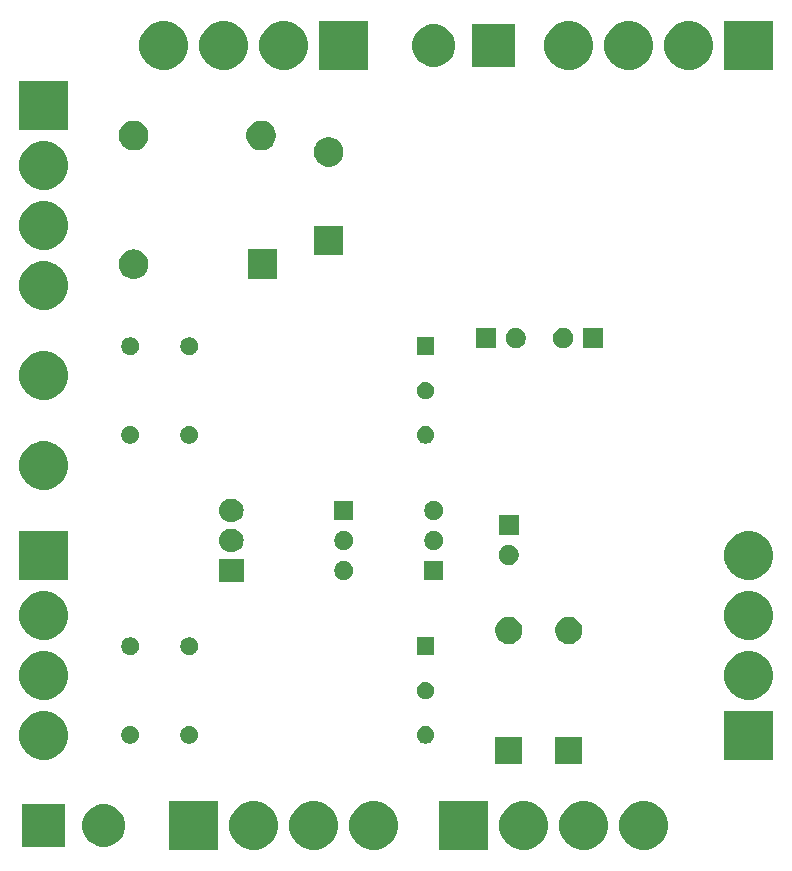
<source format=gbr>
G04 #@! TF.GenerationSoftware,KiCad,Pcbnew,(5.1.5)-3*
G04 #@! TF.CreationDate,2020-09-30T13:47:12-04:00*
G04 #@! TF.ProjectId,PowerSync,506f7765-7253-4796-9e63-2e6b69636164,rev?*
G04 #@! TF.SameCoordinates,Original*
G04 #@! TF.FileFunction,Soldermask,Bot*
G04 #@! TF.FilePolarity,Negative*
%FSLAX46Y46*%
G04 Gerber Fmt 4.6, Leading zero omitted, Abs format (unit mm)*
G04 Created by KiCad (PCBNEW (5.1.5)-3) date 2020-09-30 13:47:12*
%MOMM*%
%LPD*%
G04 APERTURE LIST*
%ADD10C,0.100000*%
G04 APERTURE END LIST*
D10*
G36*
X97118326Y-107247578D02*
G01*
X97118329Y-107247579D01*
X97118328Y-107247579D01*
X97491631Y-107402206D01*
X97827596Y-107626690D01*
X98113310Y-107912404D01*
X98219876Y-108071892D01*
X98337795Y-108248371D01*
X98492422Y-108621674D01*
X98571250Y-109017968D01*
X98571250Y-109422032D01*
X98492422Y-109818326D01*
X98492421Y-109818328D01*
X98337794Y-110191631D01*
X98113310Y-110527596D01*
X97827596Y-110813310D01*
X97491631Y-111037794D01*
X97491630Y-111037795D01*
X97491629Y-111037795D01*
X97118326Y-111192422D01*
X96722032Y-111271250D01*
X96317968Y-111271250D01*
X95921674Y-111192422D01*
X95548371Y-111037795D01*
X95548370Y-111037795D01*
X95548369Y-111037794D01*
X95212404Y-110813310D01*
X94926690Y-110527596D01*
X94702206Y-110191631D01*
X94547579Y-109818328D01*
X94547578Y-109818326D01*
X94468750Y-109422032D01*
X94468750Y-109017968D01*
X94547578Y-108621674D01*
X94702205Y-108248371D01*
X94820124Y-108071892D01*
X94926690Y-107912404D01*
X95212404Y-107626690D01*
X95548369Y-107402206D01*
X95921672Y-107247579D01*
X95921671Y-107247579D01*
X95921674Y-107247578D01*
X96317968Y-107168750D01*
X96722032Y-107168750D01*
X97118326Y-107247578D01*
G37*
G36*
X92038326Y-107247578D02*
G01*
X92038329Y-107247579D01*
X92038328Y-107247579D01*
X92411631Y-107402206D01*
X92747596Y-107626690D01*
X93033310Y-107912404D01*
X93139876Y-108071892D01*
X93257795Y-108248371D01*
X93412422Y-108621674D01*
X93491250Y-109017968D01*
X93491250Y-109422032D01*
X93412422Y-109818326D01*
X93412421Y-109818328D01*
X93257794Y-110191631D01*
X93033310Y-110527596D01*
X92747596Y-110813310D01*
X92411631Y-111037794D01*
X92411630Y-111037795D01*
X92411629Y-111037795D01*
X92038326Y-111192422D01*
X91642032Y-111271250D01*
X91237968Y-111271250D01*
X90841674Y-111192422D01*
X90468371Y-111037795D01*
X90468370Y-111037795D01*
X90468369Y-111037794D01*
X90132404Y-110813310D01*
X89846690Y-110527596D01*
X89622206Y-110191631D01*
X89467579Y-109818328D01*
X89467578Y-109818326D01*
X89388750Y-109422032D01*
X89388750Y-109017968D01*
X89467578Y-108621674D01*
X89622205Y-108248371D01*
X89740124Y-108071892D01*
X89846690Y-107912404D01*
X90132404Y-107626690D01*
X90468369Y-107402206D01*
X90841672Y-107247579D01*
X90841671Y-107247579D01*
X90841674Y-107247578D01*
X91237968Y-107168750D01*
X91642032Y-107168750D01*
X92038326Y-107247578D01*
G37*
G36*
X74258326Y-107247578D02*
G01*
X74258329Y-107247579D01*
X74258328Y-107247579D01*
X74631631Y-107402206D01*
X74967596Y-107626690D01*
X75253310Y-107912404D01*
X75359876Y-108071892D01*
X75477795Y-108248371D01*
X75632422Y-108621674D01*
X75711250Y-109017968D01*
X75711250Y-109422032D01*
X75632422Y-109818326D01*
X75632421Y-109818328D01*
X75477794Y-110191631D01*
X75253310Y-110527596D01*
X74967596Y-110813310D01*
X74631631Y-111037794D01*
X74631630Y-111037795D01*
X74631629Y-111037795D01*
X74258326Y-111192422D01*
X73862032Y-111271250D01*
X73457968Y-111271250D01*
X73061674Y-111192422D01*
X72688371Y-111037795D01*
X72688370Y-111037795D01*
X72688369Y-111037794D01*
X72352404Y-110813310D01*
X72066690Y-110527596D01*
X71842206Y-110191631D01*
X71687579Y-109818328D01*
X71687578Y-109818326D01*
X71608750Y-109422032D01*
X71608750Y-109017968D01*
X71687578Y-108621674D01*
X71842205Y-108248371D01*
X71960124Y-108071892D01*
X72066690Y-107912404D01*
X72352404Y-107626690D01*
X72688369Y-107402206D01*
X73061672Y-107247579D01*
X73061671Y-107247579D01*
X73061674Y-107247578D01*
X73457968Y-107168750D01*
X73862032Y-107168750D01*
X74258326Y-107247578D01*
G37*
G36*
X69178326Y-107247578D02*
G01*
X69178329Y-107247579D01*
X69178328Y-107247579D01*
X69551631Y-107402206D01*
X69887596Y-107626690D01*
X70173310Y-107912404D01*
X70279876Y-108071892D01*
X70397795Y-108248371D01*
X70552422Y-108621674D01*
X70631250Y-109017968D01*
X70631250Y-109422032D01*
X70552422Y-109818326D01*
X70552421Y-109818328D01*
X70397794Y-110191631D01*
X70173310Y-110527596D01*
X69887596Y-110813310D01*
X69551631Y-111037794D01*
X69551630Y-111037795D01*
X69551629Y-111037795D01*
X69178326Y-111192422D01*
X68782032Y-111271250D01*
X68377968Y-111271250D01*
X67981674Y-111192422D01*
X67608371Y-111037795D01*
X67608370Y-111037795D01*
X67608369Y-111037794D01*
X67272404Y-110813310D01*
X66986690Y-110527596D01*
X66762206Y-110191631D01*
X66607579Y-109818328D01*
X66607578Y-109818326D01*
X66528750Y-109422032D01*
X66528750Y-109017968D01*
X66607578Y-108621674D01*
X66762205Y-108248371D01*
X66880124Y-108071892D01*
X66986690Y-107912404D01*
X67272404Y-107626690D01*
X67608369Y-107402206D01*
X67981672Y-107247579D01*
X67981671Y-107247579D01*
X67981674Y-107247578D01*
X68377968Y-107168750D01*
X68782032Y-107168750D01*
X69178326Y-107247578D01*
G37*
G36*
X64098326Y-107247578D02*
G01*
X64098329Y-107247579D01*
X64098328Y-107247579D01*
X64471631Y-107402206D01*
X64807596Y-107626690D01*
X65093310Y-107912404D01*
X65199876Y-108071892D01*
X65317795Y-108248371D01*
X65472422Y-108621674D01*
X65551250Y-109017968D01*
X65551250Y-109422032D01*
X65472422Y-109818326D01*
X65472421Y-109818328D01*
X65317794Y-110191631D01*
X65093310Y-110527596D01*
X64807596Y-110813310D01*
X64471631Y-111037794D01*
X64471630Y-111037795D01*
X64471629Y-111037795D01*
X64098326Y-111192422D01*
X63702032Y-111271250D01*
X63297968Y-111271250D01*
X62901674Y-111192422D01*
X62528371Y-111037795D01*
X62528370Y-111037795D01*
X62528369Y-111037794D01*
X62192404Y-110813310D01*
X61906690Y-110527596D01*
X61682206Y-110191631D01*
X61527579Y-109818328D01*
X61527578Y-109818326D01*
X61448750Y-109422032D01*
X61448750Y-109017968D01*
X61527578Y-108621674D01*
X61682205Y-108248371D01*
X61800124Y-108071892D01*
X61906690Y-107912404D01*
X62192404Y-107626690D01*
X62528369Y-107402206D01*
X62901672Y-107247579D01*
X62901671Y-107247579D01*
X62901674Y-107247578D01*
X63297968Y-107168750D01*
X63702032Y-107168750D01*
X64098326Y-107247578D01*
G37*
G36*
X83331250Y-111271250D02*
G01*
X79228750Y-111271250D01*
X79228750Y-107168750D01*
X83331250Y-107168750D01*
X83331250Y-111271250D01*
G37*
G36*
X60471250Y-111271250D02*
G01*
X56368750Y-111271250D01*
X56368750Y-107168750D01*
X60471250Y-107168750D01*
X60471250Y-111271250D01*
G37*
G36*
X86958326Y-107247578D02*
G01*
X86958329Y-107247579D01*
X86958328Y-107247579D01*
X87331631Y-107402206D01*
X87667596Y-107626690D01*
X87953310Y-107912404D01*
X88059876Y-108071892D01*
X88177795Y-108248371D01*
X88332422Y-108621674D01*
X88411250Y-109017968D01*
X88411250Y-109422032D01*
X88332422Y-109818326D01*
X88332421Y-109818328D01*
X88177794Y-110191631D01*
X87953310Y-110527596D01*
X87667596Y-110813310D01*
X87331631Y-111037794D01*
X87331630Y-111037795D01*
X87331629Y-111037795D01*
X86958326Y-111192422D01*
X86562032Y-111271250D01*
X86157968Y-111271250D01*
X85761674Y-111192422D01*
X85388371Y-111037795D01*
X85388370Y-111037795D01*
X85388369Y-111037794D01*
X85052404Y-110813310D01*
X84766690Y-110527596D01*
X84542206Y-110191631D01*
X84387579Y-109818328D01*
X84387578Y-109818326D01*
X84308750Y-109422032D01*
X84308750Y-109017968D01*
X84387578Y-108621674D01*
X84542205Y-108248371D01*
X84660124Y-108071892D01*
X84766690Y-107912404D01*
X85052404Y-107626690D01*
X85388369Y-107402206D01*
X85761672Y-107247579D01*
X85761671Y-107247579D01*
X85761674Y-107247578D01*
X86157968Y-107168750D01*
X86562032Y-107168750D01*
X86958326Y-107247578D01*
G37*
G36*
X47521060Y-111021060D02*
G01*
X43918940Y-111021060D01*
X43918940Y-107418940D01*
X47521060Y-107418940D01*
X47521060Y-111021060D01*
G37*
G36*
X51026905Y-107428789D02*
G01*
X51325350Y-107488153D01*
X51653122Y-107623921D01*
X51948109Y-107821025D01*
X52198975Y-108071891D01*
X52396079Y-108366878D01*
X52531847Y-108694650D01*
X52601060Y-109042611D01*
X52601060Y-109397389D01*
X52531847Y-109745350D01*
X52396079Y-110073122D01*
X52198975Y-110368109D01*
X51948109Y-110618975D01*
X51653122Y-110816079D01*
X51325350Y-110951847D01*
X51026905Y-111011211D01*
X50977390Y-111021060D01*
X50622610Y-111021060D01*
X50573095Y-111011211D01*
X50274650Y-110951847D01*
X49946878Y-110816079D01*
X49651891Y-110618975D01*
X49401025Y-110368109D01*
X49203921Y-110073122D01*
X49068153Y-109745350D01*
X48998940Y-109397389D01*
X48998940Y-109042611D01*
X49068153Y-108694650D01*
X49203921Y-108366878D01*
X49401025Y-108071891D01*
X49651891Y-107821025D01*
X49946878Y-107623921D01*
X50274650Y-107488153D01*
X50573095Y-107428789D01*
X50622610Y-107418940D01*
X50977390Y-107418940D01*
X51026905Y-107428789D01*
G37*
G36*
X91321000Y-104021000D02*
G01*
X89019000Y-104021000D01*
X89019000Y-101719000D01*
X91321000Y-101719000D01*
X91321000Y-104021000D01*
G37*
G36*
X86241000Y-104021000D02*
G01*
X83939000Y-104021000D01*
X83939000Y-101719000D01*
X86241000Y-101719000D01*
X86241000Y-104021000D01*
G37*
G36*
X46318326Y-99627578D02*
G01*
X46318329Y-99627579D01*
X46318328Y-99627579D01*
X46691631Y-99782206D01*
X47027596Y-100006690D01*
X47313310Y-100292404D01*
X47537794Y-100628369D01*
X47537795Y-100628371D01*
X47692422Y-101001674D01*
X47771250Y-101397968D01*
X47771250Y-101802032D01*
X47692422Y-102198326D01*
X47692421Y-102198328D01*
X47537794Y-102571631D01*
X47313310Y-102907596D01*
X47027596Y-103193310D01*
X46691631Y-103417794D01*
X46691630Y-103417795D01*
X46691629Y-103417795D01*
X46318326Y-103572422D01*
X45922032Y-103651250D01*
X45517968Y-103651250D01*
X45121674Y-103572422D01*
X44748371Y-103417795D01*
X44748370Y-103417795D01*
X44748369Y-103417794D01*
X44412404Y-103193310D01*
X44126690Y-102907596D01*
X43902206Y-102571631D01*
X43747579Y-102198328D01*
X43747578Y-102198326D01*
X43668750Y-101802032D01*
X43668750Y-101397968D01*
X43747578Y-101001674D01*
X43902205Y-100628371D01*
X43902206Y-100628369D01*
X44126690Y-100292404D01*
X44412404Y-100006690D01*
X44748369Y-99782206D01*
X45121672Y-99627579D01*
X45121671Y-99627579D01*
X45121674Y-99627578D01*
X45517968Y-99548750D01*
X45922032Y-99548750D01*
X46318326Y-99627578D01*
G37*
G36*
X107461250Y-103651250D02*
G01*
X103358750Y-103651250D01*
X103358750Y-99548750D01*
X107461250Y-99548750D01*
X107461250Y-103651250D01*
G37*
G36*
X53259059Y-100817860D02*
G01*
X53395732Y-100874472D01*
X53518735Y-100956660D01*
X53623340Y-101061265D01*
X53705528Y-101184268D01*
X53762140Y-101320941D01*
X53791000Y-101466033D01*
X53791000Y-101613967D01*
X53762140Y-101759059D01*
X53705528Y-101895732D01*
X53623340Y-102018735D01*
X53518735Y-102123340D01*
X53395732Y-102205528D01*
X53395731Y-102205529D01*
X53395730Y-102205529D01*
X53259059Y-102262140D01*
X53113968Y-102291000D01*
X52966032Y-102291000D01*
X52820941Y-102262140D01*
X52684270Y-102205529D01*
X52684269Y-102205529D01*
X52684268Y-102205528D01*
X52561265Y-102123340D01*
X52456660Y-102018735D01*
X52374472Y-101895732D01*
X52317860Y-101759059D01*
X52289000Y-101613967D01*
X52289000Y-101466033D01*
X52317860Y-101320941D01*
X52374472Y-101184268D01*
X52456660Y-101061265D01*
X52561265Y-100956660D01*
X52684268Y-100874472D01*
X52820941Y-100817860D01*
X52966032Y-100789000D01*
X53113968Y-100789000D01*
X53259059Y-100817860D01*
G37*
G36*
X58259059Y-100817860D02*
G01*
X58395732Y-100874472D01*
X58518735Y-100956660D01*
X58623340Y-101061265D01*
X58705528Y-101184268D01*
X58762140Y-101320941D01*
X58791000Y-101466033D01*
X58791000Y-101613967D01*
X58762140Y-101759059D01*
X58705528Y-101895732D01*
X58623340Y-102018735D01*
X58518735Y-102123340D01*
X58395732Y-102205528D01*
X58395731Y-102205529D01*
X58395730Y-102205529D01*
X58259059Y-102262140D01*
X58113968Y-102291000D01*
X57966032Y-102291000D01*
X57820941Y-102262140D01*
X57684270Y-102205529D01*
X57684269Y-102205529D01*
X57684268Y-102205528D01*
X57561265Y-102123340D01*
X57456660Y-102018735D01*
X57374472Y-101895732D01*
X57317860Y-101759059D01*
X57289000Y-101613967D01*
X57289000Y-101466033D01*
X57317860Y-101320941D01*
X57374472Y-101184268D01*
X57456660Y-101061265D01*
X57561265Y-100956660D01*
X57684268Y-100874472D01*
X57820941Y-100817860D01*
X57966032Y-100789000D01*
X58113968Y-100789000D01*
X58259059Y-100817860D01*
G37*
G36*
X78259059Y-100817860D02*
G01*
X78395732Y-100874472D01*
X78518735Y-100956660D01*
X78623340Y-101061265D01*
X78705528Y-101184268D01*
X78762140Y-101320941D01*
X78791000Y-101466033D01*
X78791000Y-101613967D01*
X78762140Y-101759059D01*
X78705528Y-101895732D01*
X78623340Y-102018735D01*
X78518735Y-102123340D01*
X78395732Y-102205528D01*
X78395731Y-102205529D01*
X78395730Y-102205529D01*
X78259059Y-102262140D01*
X78113968Y-102291000D01*
X77966032Y-102291000D01*
X77820941Y-102262140D01*
X77684270Y-102205529D01*
X77684269Y-102205529D01*
X77684268Y-102205528D01*
X77561265Y-102123340D01*
X77456660Y-102018735D01*
X77374472Y-101895732D01*
X77317860Y-101759059D01*
X77289000Y-101613967D01*
X77289000Y-101466033D01*
X77317860Y-101320941D01*
X77374472Y-101184268D01*
X77456660Y-101061265D01*
X77561265Y-100956660D01*
X77684268Y-100874472D01*
X77820941Y-100817860D01*
X77966032Y-100789000D01*
X78113968Y-100789000D01*
X78259059Y-100817860D01*
G37*
G36*
X106008326Y-94547578D02*
G01*
X106191234Y-94623341D01*
X106381631Y-94702206D01*
X106717596Y-94926690D01*
X107003310Y-95212404D01*
X107227794Y-95548369D01*
X107227795Y-95548371D01*
X107382422Y-95921674D01*
X107461250Y-96317968D01*
X107461250Y-96722032D01*
X107382422Y-97118326D01*
X107379876Y-97124472D01*
X107227794Y-97491631D01*
X107003310Y-97827596D01*
X106717596Y-98113310D01*
X106381631Y-98337794D01*
X106381630Y-98337795D01*
X106381629Y-98337795D01*
X106008326Y-98492422D01*
X105612032Y-98571250D01*
X105207968Y-98571250D01*
X104811674Y-98492422D01*
X104438371Y-98337795D01*
X104438370Y-98337795D01*
X104438369Y-98337794D01*
X104102404Y-98113310D01*
X103816690Y-97827596D01*
X103592206Y-97491631D01*
X103440124Y-97124472D01*
X103437578Y-97118326D01*
X103358750Y-96722032D01*
X103358750Y-96317968D01*
X103437578Y-95921674D01*
X103592205Y-95548371D01*
X103592206Y-95548369D01*
X103816690Y-95212404D01*
X104102404Y-94926690D01*
X104438369Y-94702206D01*
X104628766Y-94623341D01*
X104811674Y-94547578D01*
X105207968Y-94468750D01*
X105612032Y-94468750D01*
X106008326Y-94547578D01*
G37*
G36*
X46318326Y-94547578D02*
G01*
X46501234Y-94623341D01*
X46691631Y-94702206D01*
X47027596Y-94926690D01*
X47313310Y-95212404D01*
X47537794Y-95548369D01*
X47537795Y-95548371D01*
X47692422Y-95921674D01*
X47771250Y-96317968D01*
X47771250Y-96722032D01*
X47692422Y-97118326D01*
X47689876Y-97124472D01*
X47537794Y-97491631D01*
X47313310Y-97827596D01*
X47027596Y-98113310D01*
X46691631Y-98337794D01*
X46691630Y-98337795D01*
X46691629Y-98337795D01*
X46318326Y-98492422D01*
X45922032Y-98571250D01*
X45517968Y-98571250D01*
X45121674Y-98492422D01*
X44748371Y-98337795D01*
X44748370Y-98337795D01*
X44748369Y-98337794D01*
X44412404Y-98113310D01*
X44126690Y-97827596D01*
X43902206Y-97491631D01*
X43750124Y-97124472D01*
X43747578Y-97118326D01*
X43668750Y-96722032D01*
X43668750Y-96317968D01*
X43747578Y-95921674D01*
X43902205Y-95548371D01*
X43902206Y-95548369D01*
X44126690Y-95212404D01*
X44412404Y-94926690D01*
X44748369Y-94702206D01*
X44938766Y-94623341D01*
X45121674Y-94547578D01*
X45517968Y-94468750D01*
X45922032Y-94468750D01*
X46318326Y-94547578D01*
G37*
G36*
X78259059Y-97067860D02*
G01*
X78380895Y-97118326D01*
X78395732Y-97124472D01*
X78518735Y-97206660D01*
X78623340Y-97311265D01*
X78705528Y-97434268D01*
X78762140Y-97570941D01*
X78791000Y-97716033D01*
X78791000Y-97863967D01*
X78762140Y-98009059D01*
X78705528Y-98145732D01*
X78623340Y-98268735D01*
X78518735Y-98373340D01*
X78395732Y-98455528D01*
X78395731Y-98455529D01*
X78395730Y-98455529D01*
X78259059Y-98512140D01*
X78113968Y-98541000D01*
X77966032Y-98541000D01*
X77820941Y-98512140D01*
X77684270Y-98455529D01*
X77684269Y-98455529D01*
X77684268Y-98455528D01*
X77561265Y-98373340D01*
X77456660Y-98268735D01*
X77374472Y-98145732D01*
X77317860Y-98009059D01*
X77289000Y-97863967D01*
X77289000Y-97716033D01*
X77317860Y-97570941D01*
X77374472Y-97434268D01*
X77456660Y-97311265D01*
X77561265Y-97206660D01*
X77684268Y-97124472D01*
X77699106Y-97118326D01*
X77820941Y-97067860D01*
X77966032Y-97039000D01*
X78113968Y-97039000D01*
X78259059Y-97067860D01*
G37*
G36*
X58259059Y-93317860D02*
G01*
X58395732Y-93374472D01*
X58518735Y-93456660D01*
X58623340Y-93561265D01*
X58705528Y-93684268D01*
X58762140Y-93820941D01*
X58791000Y-93966033D01*
X58791000Y-94113967D01*
X58762140Y-94259059D01*
X58705528Y-94395732D01*
X58623340Y-94518735D01*
X58518735Y-94623340D01*
X58395732Y-94705528D01*
X58395731Y-94705529D01*
X58395730Y-94705529D01*
X58259059Y-94762140D01*
X58113968Y-94791000D01*
X57966032Y-94791000D01*
X57820941Y-94762140D01*
X57684270Y-94705529D01*
X57684269Y-94705529D01*
X57684268Y-94705528D01*
X57561265Y-94623340D01*
X57456660Y-94518735D01*
X57374472Y-94395732D01*
X57317860Y-94259059D01*
X57289000Y-94113967D01*
X57289000Y-93966033D01*
X57317860Y-93820941D01*
X57374472Y-93684268D01*
X57456660Y-93561265D01*
X57561265Y-93456660D01*
X57684268Y-93374472D01*
X57820941Y-93317860D01*
X57966032Y-93289000D01*
X58113968Y-93289000D01*
X58259059Y-93317860D01*
G37*
G36*
X78791000Y-94791000D02*
G01*
X77289000Y-94791000D01*
X77289000Y-93289000D01*
X78791000Y-93289000D01*
X78791000Y-94791000D01*
G37*
G36*
X53259059Y-93317860D02*
G01*
X53395732Y-93374472D01*
X53518735Y-93456660D01*
X53623340Y-93561265D01*
X53705528Y-93684268D01*
X53762140Y-93820941D01*
X53791000Y-93966033D01*
X53791000Y-94113967D01*
X53762140Y-94259059D01*
X53705528Y-94395732D01*
X53623340Y-94518735D01*
X53518735Y-94623340D01*
X53395732Y-94705528D01*
X53395731Y-94705529D01*
X53395730Y-94705529D01*
X53259059Y-94762140D01*
X53113968Y-94791000D01*
X52966032Y-94791000D01*
X52820941Y-94762140D01*
X52684270Y-94705529D01*
X52684269Y-94705529D01*
X52684268Y-94705528D01*
X52561265Y-94623340D01*
X52456660Y-94518735D01*
X52374472Y-94395732D01*
X52317860Y-94259059D01*
X52289000Y-94113967D01*
X52289000Y-93966033D01*
X52317860Y-93820941D01*
X52374472Y-93684268D01*
X52456660Y-93561265D01*
X52561265Y-93456660D01*
X52684268Y-93374472D01*
X52820941Y-93317860D01*
X52966032Y-93289000D01*
X53113968Y-93289000D01*
X53259059Y-93317860D01*
G37*
G36*
X90394549Y-91581116D02*
G01*
X90505734Y-91603232D01*
X90715203Y-91689997D01*
X90903720Y-91815960D01*
X91064040Y-91976280D01*
X91190003Y-92164797D01*
X91276768Y-92374266D01*
X91321000Y-92596636D01*
X91321000Y-92823364D01*
X91276768Y-93045734D01*
X91190003Y-93255203D01*
X91064040Y-93443720D01*
X90903720Y-93604040D01*
X90715203Y-93730003D01*
X90505734Y-93816768D01*
X90394549Y-93838884D01*
X90283365Y-93861000D01*
X90056635Y-93861000D01*
X89945451Y-93838884D01*
X89834266Y-93816768D01*
X89624797Y-93730003D01*
X89436280Y-93604040D01*
X89275960Y-93443720D01*
X89149997Y-93255203D01*
X89063232Y-93045734D01*
X89019000Y-92823364D01*
X89019000Y-92596636D01*
X89063232Y-92374266D01*
X89149997Y-92164797D01*
X89275960Y-91976280D01*
X89436280Y-91815960D01*
X89624797Y-91689997D01*
X89834266Y-91603232D01*
X89945451Y-91581116D01*
X90056635Y-91559000D01*
X90283365Y-91559000D01*
X90394549Y-91581116D01*
G37*
G36*
X85314549Y-91581116D02*
G01*
X85425734Y-91603232D01*
X85635203Y-91689997D01*
X85823720Y-91815960D01*
X85984040Y-91976280D01*
X86110003Y-92164797D01*
X86196768Y-92374266D01*
X86241000Y-92596636D01*
X86241000Y-92823364D01*
X86196768Y-93045734D01*
X86110003Y-93255203D01*
X85984040Y-93443720D01*
X85823720Y-93604040D01*
X85635203Y-93730003D01*
X85425734Y-93816768D01*
X85314549Y-93838884D01*
X85203365Y-93861000D01*
X84976635Y-93861000D01*
X84865451Y-93838884D01*
X84754266Y-93816768D01*
X84544797Y-93730003D01*
X84356280Y-93604040D01*
X84195960Y-93443720D01*
X84069997Y-93255203D01*
X83983232Y-93045734D01*
X83939000Y-92823364D01*
X83939000Y-92596636D01*
X83983232Y-92374266D01*
X84069997Y-92164797D01*
X84195960Y-91976280D01*
X84356280Y-91815960D01*
X84544797Y-91689997D01*
X84754266Y-91603232D01*
X84865451Y-91581116D01*
X84976635Y-91559000D01*
X85203365Y-91559000D01*
X85314549Y-91581116D01*
G37*
G36*
X106008326Y-89467578D02*
G01*
X106008329Y-89467579D01*
X106008328Y-89467579D01*
X106381631Y-89622206D01*
X106717596Y-89846690D01*
X107003310Y-90132404D01*
X107227794Y-90468369D01*
X107227795Y-90468371D01*
X107382422Y-90841674D01*
X107461250Y-91237968D01*
X107461250Y-91642032D01*
X107382422Y-92038326D01*
X107382421Y-92038328D01*
X107227794Y-92411631D01*
X107003310Y-92747596D01*
X106717596Y-93033310D01*
X106381631Y-93257794D01*
X106381630Y-93257795D01*
X106381629Y-93257795D01*
X106008326Y-93412422D01*
X105612032Y-93491250D01*
X105207968Y-93491250D01*
X104811674Y-93412422D01*
X104438371Y-93257795D01*
X104438370Y-93257795D01*
X104438369Y-93257794D01*
X104102404Y-93033310D01*
X103816690Y-92747596D01*
X103592206Y-92411631D01*
X103437579Y-92038328D01*
X103437578Y-92038326D01*
X103358750Y-91642032D01*
X103358750Y-91237968D01*
X103437578Y-90841674D01*
X103592205Y-90468371D01*
X103592206Y-90468369D01*
X103816690Y-90132404D01*
X104102404Y-89846690D01*
X104438369Y-89622206D01*
X104811672Y-89467579D01*
X104811671Y-89467579D01*
X104811674Y-89467578D01*
X105207968Y-89388750D01*
X105612032Y-89388750D01*
X106008326Y-89467578D01*
G37*
G36*
X46318326Y-89467578D02*
G01*
X46318329Y-89467579D01*
X46318328Y-89467579D01*
X46691631Y-89622206D01*
X47027596Y-89846690D01*
X47313310Y-90132404D01*
X47537794Y-90468369D01*
X47537795Y-90468371D01*
X47692422Y-90841674D01*
X47771250Y-91237968D01*
X47771250Y-91642032D01*
X47692422Y-92038326D01*
X47692421Y-92038328D01*
X47537794Y-92411631D01*
X47313310Y-92747596D01*
X47027596Y-93033310D01*
X46691631Y-93257794D01*
X46691630Y-93257795D01*
X46691629Y-93257795D01*
X46318326Y-93412422D01*
X45922032Y-93491250D01*
X45517968Y-93491250D01*
X45121674Y-93412422D01*
X44748371Y-93257795D01*
X44748370Y-93257795D01*
X44748369Y-93257794D01*
X44412404Y-93033310D01*
X44126690Y-92747596D01*
X43902206Y-92411631D01*
X43747579Y-92038328D01*
X43747578Y-92038326D01*
X43668750Y-91642032D01*
X43668750Y-91237968D01*
X43747578Y-90841674D01*
X43902205Y-90468371D01*
X43902206Y-90468369D01*
X44126690Y-90132404D01*
X44412404Y-89846690D01*
X44748369Y-89622206D01*
X45121672Y-89467579D01*
X45121671Y-89467579D01*
X45121674Y-89467578D01*
X45517968Y-89388750D01*
X45922032Y-89388750D01*
X46318326Y-89467578D01*
G37*
G36*
X62646000Y-88633500D02*
G01*
X60544000Y-88633500D01*
X60544000Y-86626500D01*
X62646000Y-86626500D01*
X62646000Y-88633500D01*
G37*
G36*
X71353642Y-86859781D02*
G01*
X71499414Y-86920162D01*
X71499416Y-86920163D01*
X71630608Y-87007822D01*
X71742178Y-87119392D01*
X71776661Y-87171000D01*
X71829838Y-87250586D01*
X71890219Y-87396358D01*
X71921000Y-87551107D01*
X71921000Y-87708893D01*
X71890219Y-87863642D01*
X71853077Y-87953310D01*
X71829837Y-88009416D01*
X71742178Y-88140608D01*
X71630608Y-88252178D01*
X71499416Y-88339837D01*
X71499415Y-88339838D01*
X71499414Y-88339838D01*
X71353642Y-88400219D01*
X71198893Y-88431000D01*
X71041107Y-88431000D01*
X70886358Y-88400219D01*
X70740586Y-88339838D01*
X70740585Y-88339838D01*
X70740584Y-88339837D01*
X70609392Y-88252178D01*
X70497822Y-88140608D01*
X70410163Y-88009416D01*
X70386923Y-87953310D01*
X70349781Y-87863642D01*
X70319000Y-87708893D01*
X70319000Y-87551107D01*
X70349781Y-87396358D01*
X70410162Y-87250586D01*
X70463339Y-87171000D01*
X70497822Y-87119392D01*
X70609392Y-87007822D01*
X70740584Y-86920163D01*
X70740586Y-86920162D01*
X70886358Y-86859781D01*
X71041107Y-86829000D01*
X71198893Y-86829000D01*
X71353642Y-86859781D01*
G37*
G36*
X79541000Y-88431000D02*
G01*
X77939000Y-88431000D01*
X77939000Y-86829000D01*
X79541000Y-86829000D01*
X79541000Y-88431000D01*
G37*
G36*
X47771250Y-88411250D02*
G01*
X43668750Y-88411250D01*
X43668750Y-84308750D01*
X47771250Y-84308750D01*
X47771250Y-88411250D01*
G37*
G36*
X106008326Y-84387578D02*
G01*
X106351654Y-84529789D01*
X106381631Y-84542206D01*
X106717596Y-84766690D01*
X107003310Y-85052404D01*
X107227794Y-85388369D01*
X107227795Y-85388371D01*
X107382422Y-85761674D01*
X107461250Y-86157968D01*
X107461250Y-86562032D01*
X107382422Y-86958326D01*
X107261365Y-87250584D01*
X107227794Y-87331631D01*
X107003310Y-87667596D01*
X106717596Y-87953310D01*
X106381631Y-88177794D01*
X106381630Y-88177795D01*
X106381629Y-88177795D01*
X106008326Y-88332422D01*
X105612032Y-88411250D01*
X105207968Y-88411250D01*
X104811674Y-88332422D01*
X104438371Y-88177795D01*
X104438370Y-88177795D01*
X104438369Y-88177794D01*
X104102404Y-87953310D01*
X103816690Y-87667596D01*
X103592206Y-87331631D01*
X103558635Y-87250584D01*
X103437578Y-86958326D01*
X103358750Y-86562032D01*
X103358750Y-86157968D01*
X103437578Y-85761674D01*
X103592205Y-85388371D01*
X103592206Y-85388369D01*
X103816690Y-85052404D01*
X104102404Y-84766690D01*
X104438369Y-84542206D01*
X104468346Y-84529789D01*
X104811674Y-84387578D01*
X105207968Y-84308750D01*
X105612032Y-84308750D01*
X106008326Y-84387578D01*
G37*
G36*
X85338228Y-85501703D02*
G01*
X85493100Y-85565853D01*
X85632481Y-85658985D01*
X85751015Y-85777519D01*
X85844147Y-85916900D01*
X85908297Y-86071772D01*
X85941000Y-86236184D01*
X85941000Y-86403816D01*
X85908297Y-86568228D01*
X85844147Y-86723100D01*
X85751015Y-86862481D01*
X85632481Y-86981015D01*
X85493100Y-87074147D01*
X85338228Y-87138297D01*
X85173816Y-87171000D01*
X85006184Y-87171000D01*
X84841772Y-87138297D01*
X84686900Y-87074147D01*
X84547519Y-86981015D01*
X84428985Y-86862481D01*
X84335853Y-86723100D01*
X84271703Y-86568228D01*
X84239000Y-86403816D01*
X84239000Y-86236184D01*
X84271703Y-86071772D01*
X84335853Y-85916900D01*
X84428985Y-85777519D01*
X84547519Y-85658985D01*
X84686900Y-85565853D01*
X84841772Y-85501703D01*
X85006184Y-85469000D01*
X85173816Y-85469000D01*
X85338228Y-85501703D01*
G37*
G36*
X61740936Y-84091340D02*
G01*
X61839220Y-84101020D01*
X62028381Y-84158401D01*
X62202712Y-84251583D01*
X62355515Y-84376985D01*
X62480917Y-84529788D01*
X62574099Y-84704119D01*
X62631480Y-84893280D01*
X62650855Y-85090000D01*
X62631480Y-85286720D01*
X62574099Y-85475881D01*
X62480917Y-85650212D01*
X62355515Y-85803015D01*
X62202712Y-85928417D01*
X62028381Y-86021599D01*
X61839220Y-86078980D01*
X61740936Y-86088660D01*
X61691795Y-86093500D01*
X61498205Y-86093500D01*
X61449064Y-86088660D01*
X61350780Y-86078980D01*
X61161619Y-86021599D01*
X60987288Y-85928417D01*
X60834485Y-85803015D01*
X60709083Y-85650212D01*
X60615901Y-85475881D01*
X60558520Y-85286720D01*
X60539145Y-85090000D01*
X60558520Y-84893280D01*
X60615901Y-84704119D01*
X60709083Y-84529788D01*
X60834485Y-84376985D01*
X60987288Y-84251583D01*
X61161619Y-84158401D01*
X61350780Y-84101020D01*
X61449064Y-84091340D01*
X61498205Y-84086500D01*
X61691795Y-84086500D01*
X61740936Y-84091340D01*
G37*
G36*
X78973642Y-84319781D02*
G01*
X79111744Y-84376985D01*
X79119416Y-84380163D01*
X79250608Y-84467822D01*
X79362178Y-84579392D01*
X79423388Y-84671000D01*
X79449838Y-84710586D01*
X79510219Y-84856358D01*
X79541000Y-85011107D01*
X79541000Y-85168893D01*
X79510219Y-85323642D01*
X79483408Y-85388369D01*
X79449837Y-85469416D01*
X79362178Y-85600608D01*
X79250608Y-85712178D01*
X79119416Y-85799837D01*
X79119415Y-85799838D01*
X79119414Y-85799838D01*
X78973642Y-85860219D01*
X78818893Y-85891000D01*
X78661107Y-85891000D01*
X78506358Y-85860219D01*
X78360586Y-85799838D01*
X78360585Y-85799838D01*
X78360584Y-85799837D01*
X78229392Y-85712178D01*
X78117822Y-85600608D01*
X78030163Y-85469416D01*
X77996592Y-85388369D01*
X77969781Y-85323642D01*
X77939000Y-85168893D01*
X77939000Y-85011107D01*
X77969781Y-84856358D01*
X78030162Y-84710586D01*
X78056612Y-84671000D01*
X78117822Y-84579392D01*
X78229392Y-84467822D01*
X78360584Y-84380163D01*
X78368256Y-84376985D01*
X78506358Y-84319781D01*
X78661107Y-84289000D01*
X78818893Y-84289000D01*
X78973642Y-84319781D01*
G37*
G36*
X71353642Y-84319781D02*
G01*
X71491744Y-84376985D01*
X71499416Y-84380163D01*
X71630608Y-84467822D01*
X71742178Y-84579392D01*
X71803388Y-84671000D01*
X71829838Y-84710586D01*
X71890219Y-84856358D01*
X71921000Y-85011107D01*
X71921000Y-85168893D01*
X71890219Y-85323642D01*
X71863408Y-85388369D01*
X71829837Y-85469416D01*
X71742178Y-85600608D01*
X71630608Y-85712178D01*
X71499416Y-85799837D01*
X71499415Y-85799838D01*
X71499414Y-85799838D01*
X71353642Y-85860219D01*
X71198893Y-85891000D01*
X71041107Y-85891000D01*
X70886358Y-85860219D01*
X70740586Y-85799838D01*
X70740585Y-85799838D01*
X70740584Y-85799837D01*
X70609392Y-85712178D01*
X70497822Y-85600608D01*
X70410163Y-85469416D01*
X70376592Y-85388369D01*
X70349781Y-85323642D01*
X70319000Y-85168893D01*
X70319000Y-85011107D01*
X70349781Y-84856358D01*
X70410162Y-84710586D01*
X70436612Y-84671000D01*
X70497822Y-84579392D01*
X70609392Y-84467822D01*
X70740584Y-84380163D01*
X70748256Y-84376985D01*
X70886358Y-84319781D01*
X71041107Y-84289000D01*
X71198893Y-84289000D01*
X71353642Y-84319781D01*
G37*
G36*
X85941000Y-84671000D02*
G01*
X84239000Y-84671000D01*
X84239000Y-82969000D01*
X85941000Y-82969000D01*
X85941000Y-84671000D01*
G37*
G36*
X61740936Y-81551340D02*
G01*
X61839220Y-81561020D01*
X62028381Y-81618401D01*
X62202712Y-81711583D01*
X62355515Y-81836985D01*
X62480917Y-81989788D01*
X62574099Y-82164119D01*
X62631480Y-82353280D01*
X62650855Y-82550000D01*
X62631480Y-82746720D01*
X62574099Y-82935881D01*
X62480917Y-83110212D01*
X62355515Y-83263015D01*
X62202712Y-83388417D01*
X62028381Y-83481599D01*
X61839220Y-83538980D01*
X61740936Y-83548660D01*
X61691795Y-83553500D01*
X61498205Y-83553500D01*
X61449064Y-83548660D01*
X61350780Y-83538980D01*
X61161619Y-83481599D01*
X60987288Y-83388417D01*
X60834485Y-83263015D01*
X60709083Y-83110212D01*
X60615901Y-82935881D01*
X60558520Y-82746720D01*
X60539145Y-82550000D01*
X60558520Y-82353280D01*
X60615901Y-82164119D01*
X60709083Y-81989788D01*
X60834485Y-81836985D01*
X60987288Y-81711583D01*
X61161619Y-81618401D01*
X61350780Y-81561020D01*
X61449064Y-81551340D01*
X61498205Y-81546500D01*
X61691795Y-81546500D01*
X61740936Y-81551340D01*
G37*
G36*
X78973642Y-81779781D02*
G01*
X79111744Y-81836985D01*
X79119416Y-81840163D01*
X79250608Y-81927822D01*
X79362178Y-82039392D01*
X79445516Y-82164117D01*
X79449838Y-82170586D01*
X79510219Y-82316358D01*
X79541000Y-82471107D01*
X79541000Y-82628893D01*
X79510219Y-82783642D01*
X79449838Y-82929414D01*
X79449837Y-82929416D01*
X79362178Y-83060608D01*
X79250608Y-83172178D01*
X79119416Y-83259837D01*
X79119415Y-83259838D01*
X79119414Y-83259838D01*
X78973642Y-83320219D01*
X78818893Y-83351000D01*
X78661107Y-83351000D01*
X78506358Y-83320219D01*
X78360586Y-83259838D01*
X78360585Y-83259838D01*
X78360584Y-83259837D01*
X78229392Y-83172178D01*
X78117822Y-83060608D01*
X78030163Y-82929416D01*
X78030162Y-82929414D01*
X77969781Y-82783642D01*
X77939000Y-82628893D01*
X77939000Y-82471107D01*
X77969781Y-82316358D01*
X78030162Y-82170586D01*
X78034484Y-82164117D01*
X78117822Y-82039392D01*
X78229392Y-81927822D01*
X78360584Y-81840163D01*
X78368256Y-81836985D01*
X78506358Y-81779781D01*
X78661107Y-81749000D01*
X78818893Y-81749000D01*
X78973642Y-81779781D01*
G37*
G36*
X71921000Y-83351000D02*
G01*
X70319000Y-83351000D01*
X70319000Y-81749000D01*
X71921000Y-81749000D01*
X71921000Y-83351000D01*
G37*
G36*
X46318326Y-76767578D02*
G01*
X46409948Y-76805529D01*
X46691631Y-76922206D01*
X47027596Y-77146690D01*
X47313310Y-77432404D01*
X47537794Y-77768369D01*
X47537795Y-77768371D01*
X47692422Y-78141674D01*
X47771250Y-78537968D01*
X47771250Y-78942032D01*
X47692422Y-79338326D01*
X47692421Y-79338328D01*
X47537794Y-79711631D01*
X47313310Y-80047596D01*
X47027596Y-80333310D01*
X46691631Y-80557794D01*
X46691630Y-80557795D01*
X46691629Y-80557795D01*
X46318326Y-80712422D01*
X45922032Y-80791250D01*
X45517968Y-80791250D01*
X45121674Y-80712422D01*
X44748371Y-80557795D01*
X44748370Y-80557795D01*
X44748369Y-80557794D01*
X44412404Y-80333310D01*
X44126690Y-80047596D01*
X43902206Y-79711631D01*
X43747579Y-79338328D01*
X43747578Y-79338326D01*
X43668750Y-78942032D01*
X43668750Y-78537968D01*
X43747578Y-78141674D01*
X43902205Y-77768371D01*
X43902206Y-77768369D01*
X44126690Y-77432404D01*
X44412404Y-77146690D01*
X44748369Y-76922206D01*
X45030052Y-76805529D01*
X45121674Y-76767578D01*
X45517968Y-76688750D01*
X45922032Y-76688750D01*
X46318326Y-76767578D01*
G37*
G36*
X58259059Y-75417860D02*
G01*
X58395732Y-75474472D01*
X58518735Y-75556660D01*
X58623340Y-75661265D01*
X58705528Y-75784268D01*
X58762140Y-75920941D01*
X58791000Y-76066033D01*
X58791000Y-76213967D01*
X58762140Y-76359059D01*
X58705528Y-76495732D01*
X58623340Y-76618735D01*
X58518735Y-76723340D01*
X58395732Y-76805528D01*
X58395731Y-76805529D01*
X58395730Y-76805529D01*
X58259059Y-76862140D01*
X58113968Y-76891000D01*
X57966032Y-76891000D01*
X57820941Y-76862140D01*
X57684270Y-76805529D01*
X57684269Y-76805529D01*
X57684268Y-76805528D01*
X57561265Y-76723340D01*
X57456660Y-76618735D01*
X57374472Y-76495732D01*
X57317860Y-76359059D01*
X57289000Y-76213967D01*
X57289000Y-76066033D01*
X57317860Y-75920941D01*
X57374472Y-75784268D01*
X57456660Y-75661265D01*
X57561265Y-75556660D01*
X57684268Y-75474472D01*
X57820941Y-75417860D01*
X57966032Y-75389000D01*
X58113968Y-75389000D01*
X58259059Y-75417860D01*
G37*
G36*
X53259059Y-75417860D02*
G01*
X53395732Y-75474472D01*
X53518735Y-75556660D01*
X53623340Y-75661265D01*
X53705528Y-75784268D01*
X53762140Y-75920941D01*
X53791000Y-76066033D01*
X53791000Y-76213967D01*
X53762140Y-76359059D01*
X53705528Y-76495732D01*
X53623340Y-76618735D01*
X53518735Y-76723340D01*
X53395732Y-76805528D01*
X53395731Y-76805529D01*
X53395730Y-76805529D01*
X53259059Y-76862140D01*
X53113968Y-76891000D01*
X52966032Y-76891000D01*
X52820941Y-76862140D01*
X52684270Y-76805529D01*
X52684269Y-76805529D01*
X52684268Y-76805528D01*
X52561265Y-76723340D01*
X52456660Y-76618735D01*
X52374472Y-76495732D01*
X52317860Y-76359059D01*
X52289000Y-76213967D01*
X52289000Y-76066033D01*
X52317860Y-75920941D01*
X52374472Y-75784268D01*
X52456660Y-75661265D01*
X52561265Y-75556660D01*
X52684268Y-75474472D01*
X52820941Y-75417860D01*
X52966032Y-75389000D01*
X53113968Y-75389000D01*
X53259059Y-75417860D01*
G37*
G36*
X78259059Y-75417860D02*
G01*
X78395732Y-75474472D01*
X78518735Y-75556660D01*
X78623340Y-75661265D01*
X78705528Y-75784268D01*
X78762140Y-75920941D01*
X78791000Y-76066033D01*
X78791000Y-76213967D01*
X78762140Y-76359059D01*
X78705528Y-76495732D01*
X78623340Y-76618735D01*
X78518735Y-76723340D01*
X78395732Y-76805528D01*
X78395731Y-76805529D01*
X78395730Y-76805529D01*
X78259059Y-76862140D01*
X78113968Y-76891000D01*
X77966032Y-76891000D01*
X77820941Y-76862140D01*
X77684270Y-76805529D01*
X77684269Y-76805529D01*
X77684268Y-76805528D01*
X77561265Y-76723340D01*
X77456660Y-76618735D01*
X77374472Y-76495732D01*
X77317860Y-76359059D01*
X77289000Y-76213967D01*
X77289000Y-76066033D01*
X77317860Y-75920941D01*
X77374472Y-75784268D01*
X77456660Y-75661265D01*
X77561265Y-75556660D01*
X77684268Y-75474472D01*
X77820941Y-75417860D01*
X77966032Y-75389000D01*
X78113968Y-75389000D01*
X78259059Y-75417860D01*
G37*
G36*
X46318326Y-69147578D02*
G01*
X46501234Y-69223341D01*
X46691631Y-69302206D01*
X47027596Y-69526690D01*
X47313310Y-69812404D01*
X47537794Y-70148369D01*
X47537795Y-70148371D01*
X47692422Y-70521674D01*
X47771250Y-70917968D01*
X47771250Y-71322032D01*
X47692422Y-71718326D01*
X47689876Y-71724472D01*
X47537794Y-72091631D01*
X47313310Y-72427596D01*
X47027596Y-72713310D01*
X46691631Y-72937794D01*
X46691630Y-72937795D01*
X46691629Y-72937795D01*
X46318326Y-73092422D01*
X45922032Y-73171250D01*
X45517968Y-73171250D01*
X45121674Y-73092422D01*
X44748371Y-72937795D01*
X44748370Y-72937795D01*
X44748369Y-72937794D01*
X44412404Y-72713310D01*
X44126690Y-72427596D01*
X43902206Y-72091631D01*
X43750124Y-71724472D01*
X43747578Y-71718326D01*
X43668750Y-71322032D01*
X43668750Y-70917968D01*
X43747578Y-70521674D01*
X43902205Y-70148371D01*
X43902206Y-70148369D01*
X44126690Y-69812404D01*
X44412404Y-69526690D01*
X44748369Y-69302206D01*
X44938766Y-69223341D01*
X45121674Y-69147578D01*
X45517968Y-69068750D01*
X45922032Y-69068750D01*
X46318326Y-69147578D01*
G37*
G36*
X78259059Y-71667860D02*
G01*
X78380895Y-71718326D01*
X78395732Y-71724472D01*
X78518735Y-71806660D01*
X78623340Y-71911265D01*
X78705528Y-72034268D01*
X78762140Y-72170941D01*
X78791000Y-72316033D01*
X78791000Y-72463967D01*
X78762140Y-72609059D01*
X78705528Y-72745732D01*
X78623340Y-72868735D01*
X78518735Y-72973340D01*
X78395732Y-73055528D01*
X78395731Y-73055529D01*
X78395730Y-73055529D01*
X78259059Y-73112140D01*
X78113968Y-73141000D01*
X77966032Y-73141000D01*
X77820941Y-73112140D01*
X77684270Y-73055529D01*
X77684269Y-73055529D01*
X77684268Y-73055528D01*
X77561265Y-72973340D01*
X77456660Y-72868735D01*
X77374472Y-72745732D01*
X77317860Y-72609059D01*
X77289000Y-72463967D01*
X77289000Y-72316033D01*
X77317860Y-72170941D01*
X77374472Y-72034268D01*
X77456660Y-71911265D01*
X77561265Y-71806660D01*
X77684268Y-71724472D01*
X77699106Y-71718326D01*
X77820941Y-71667860D01*
X77966032Y-71639000D01*
X78113968Y-71639000D01*
X78259059Y-71667860D01*
G37*
G36*
X53259059Y-67917860D02*
G01*
X53395732Y-67974472D01*
X53518735Y-68056660D01*
X53623340Y-68161265D01*
X53705528Y-68284268D01*
X53762140Y-68420941D01*
X53791000Y-68566033D01*
X53791000Y-68713967D01*
X53762140Y-68859059D01*
X53705528Y-68995732D01*
X53623340Y-69118735D01*
X53518735Y-69223340D01*
X53395732Y-69305528D01*
X53395731Y-69305529D01*
X53395730Y-69305529D01*
X53259059Y-69362140D01*
X53113968Y-69391000D01*
X52966032Y-69391000D01*
X52820941Y-69362140D01*
X52684270Y-69305529D01*
X52684269Y-69305529D01*
X52684268Y-69305528D01*
X52561265Y-69223340D01*
X52456660Y-69118735D01*
X52374472Y-68995732D01*
X52317860Y-68859059D01*
X52289000Y-68713967D01*
X52289000Y-68566033D01*
X52317860Y-68420941D01*
X52374472Y-68284268D01*
X52456660Y-68161265D01*
X52561265Y-68056660D01*
X52684268Y-67974472D01*
X52820941Y-67917860D01*
X52966032Y-67889000D01*
X53113968Y-67889000D01*
X53259059Y-67917860D01*
G37*
G36*
X58259059Y-67917860D02*
G01*
X58395732Y-67974472D01*
X58518735Y-68056660D01*
X58623340Y-68161265D01*
X58705528Y-68284268D01*
X58762140Y-68420941D01*
X58791000Y-68566033D01*
X58791000Y-68713967D01*
X58762140Y-68859059D01*
X58705528Y-68995732D01*
X58623340Y-69118735D01*
X58518735Y-69223340D01*
X58395732Y-69305528D01*
X58395731Y-69305529D01*
X58395730Y-69305529D01*
X58259059Y-69362140D01*
X58113968Y-69391000D01*
X57966032Y-69391000D01*
X57820941Y-69362140D01*
X57684270Y-69305529D01*
X57684269Y-69305529D01*
X57684268Y-69305528D01*
X57561265Y-69223340D01*
X57456660Y-69118735D01*
X57374472Y-68995732D01*
X57317860Y-68859059D01*
X57289000Y-68713967D01*
X57289000Y-68566033D01*
X57317860Y-68420941D01*
X57374472Y-68284268D01*
X57456660Y-68161265D01*
X57561265Y-68056660D01*
X57684268Y-67974472D01*
X57820941Y-67917860D01*
X57966032Y-67889000D01*
X58113968Y-67889000D01*
X58259059Y-67917860D01*
G37*
G36*
X78791000Y-69391000D02*
G01*
X77289000Y-69391000D01*
X77289000Y-67889000D01*
X78791000Y-67889000D01*
X78791000Y-69391000D01*
G37*
G36*
X89950228Y-67126703D02*
G01*
X90105100Y-67190853D01*
X90244481Y-67283985D01*
X90363015Y-67402519D01*
X90456147Y-67541900D01*
X90520297Y-67696772D01*
X90553000Y-67861184D01*
X90553000Y-68028816D01*
X90520297Y-68193228D01*
X90456147Y-68348100D01*
X90363015Y-68487481D01*
X90244481Y-68606015D01*
X90105100Y-68699147D01*
X89950228Y-68763297D01*
X89785816Y-68796000D01*
X89618184Y-68796000D01*
X89453772Y-68763297D01*
X89298900Y-68699147D01*
X89159519Y-68606015D01*
X89040985Y-68487481D01*
X88947853Y-68348100D01*
X88883703Y-68193228D01*
X88851000Y-68028816D01*
X88851000Y-67861184D01*
X88883703Y-67696772D01*
X88947853Y-67541900D01*
X89040985Y-67402519D01*
X89159519Y-67283985D01*
X89298900Y-67190853D01*
X89453772Y-67126703D01*
X89618184Y-67094000D01*
X89785816Y-67094000D01*
X89950228Y-67126703D01*
G37*
G36*
X85933228Y-67126703D02*
G01*
X86088100Y-67190853D01*
X86227481Y-67283985D01*
X86346015Y-67402519D01*
X86439147Y-67541900D01*
X86503297Y-67696772D01*
X86536000Y-67861184D01*
X86536000Y-68028816D01*
X86503297Y-68193228D01*
X86439147Y-68348100D01*
X86346015Y-68487481D01*
X86227481Y-68606015D01*
X86088100Y-68699147D01*
X85933228Y-68763297D01*
X85768816Y-68796000D01*
X85601184Y-68796000D01*
X85436772Y-68763297D01*
X85281900Y-68699147D01*
X85142519Y-68606015D01*
X85023985Y-68487481D01*
X84930853Y-68348100D01*
X84866703Y-68193228D01*
X84834000Y-68028816D01*
X84834000Y-67861184D01*
X84866703Y-67696772D01*
X84930853Y-67541900D01*
X85023985Y-67402519D01*
X85142519Y-67283985D01*
X85281900Y-67190853D01*
X85436772Y-67126703D01*
X85601184Y-67094000D01*
X85768816Y-67094000D01*
X85933228Y-67126703D01*
G37*
G36*
X84036000Y-68796000D02*
G01*
X82334000Y-68796000D01*
X82334000Y-67094000D01*
X84036000Y-67094000D01*
X84036000Y-68796000D01*
G37*
G36*
X93053000Y-68796000D02*
G01*
X91351000Y-68796000D01*
X91351000Y-67094000D01*
X93053000Y-67094000D01*
X93053000Y-68796000D01*
G37*
G36*
X46318326Y-61527578D02*
G01*
X46437127Y-61576787D01*
X46691631Y-61682206D01*
X47027596Y-61906690D01*
X47313310Y-62192404D01*
X47380239Y-62292571D01*
X47537795Y-62528371D01*
X47692422Y-62901674D01*
X47771250Y-63297968D01*
X47771250Y-63702032D01*
X47692422Y-64098326D01*
X47692421Y-64098328D01*
X47537794Y-64471631D01*
X47313310Y-64807596D01*
X47027596Y-65093310D01*
X46691631Y-65317794D01*
X46691630Y-65317795D01*
X46691629Y-65317795D01*
X46318326Y-65472422D01*
X45922032Y-65551250D01*
X45517968Y-65551250D01*
X45121674Y-65472422D01*
X44748371Y-65317795D01*
X44748370Y-65317795D01*
X44748369Y-65317794D01*
X44412404Y-65093310D01*
X44126690Y-64807596D01*
X43902206Y-64471631D01*
X43747579Y-64098328D01*
X43747578Y-64098326D01*
X43668750Y-63702032D01*
X43668750Y-63297968D01*
X43747578Y-62901674D01*
X43902205Y-62528371D01*
X44059761Y-62292571D01*
X44126690Y-62192404D01*
X44412404Y-61906690D01*
X44748369Y-61682206D01*
X45002873Y-61576787D01*
X45121674Y-61527578D01*
X45517968Y-61448750D01*
X45922032Y-61448750D01*
X46318326Y-61527578D01*
G37*
G36*
X65491000Y-62951000D02*
G01*
X62989000Y-62951000D01*
X62989000Y-60449000D01*
X65491000Y-60449000D01*
X65491000Y-62951000D01*
G37*
G36*
X53575072Y-60471250D02*
G01*
X53704903Y-60497075D01*
X53932571Y-60591378D01*
X54137466Y-60728285D01*
X54311715Y-60902534D01*
X54311716Y-60902536D01*
X54448623Y-61107431D01*
X54542925Y-61335097D01*
X54591000Y-61576786D01*
X54591000Y-61823214D01*
X54542925Y-62064903D01*
X54490113Y-62192404D01*
X54448622Y-62292571D01*
X54311715Y-62497466D01*
X54137466Y-62671715D01*
X53932571Y-62808622D01*
X53932570Y-62808623D01*
X53932569Y-62808623D01*
X53704903Y-62902925D01*
X53463214Y-62951000D01*
X53216786Y-62951000D01*
X52975097Y-62902925D01*
X52747431Y-62808623D01*
X52747430Y-62808623D01*
X52747429Y-62808622D01*
X52542534Y-62671715D01*
X52368285Y-62497466D01*
X52231378Y-62292571D01*
X52189888Y-62192404D01*
X52137075Y-62064903D01*
X52089000Y-61823214D01*
X52089000Y-61576786D01*
X52137075Y-61335097D01*
X52231377Y-61107431D01*
X52368284Y-60902536D01*
X52368285Y-60902534D01*
X52542534Y-60728285D01*
X52747429Y-60591378D01*
X52975097Y-60497075D01*
X53104928Y-60471250D01*
X53216786Y-60449000D01*
X53463214Y-60449000D01*
X53575072Y-60471250D01*
G37*
G36*
X71101000Y-60941000D02*
G01*
X68599000Y-60941000D01*
X68599000Y-58439000D01*
X71101000Y-58439000D01*
X71101000Y-60941000D01*
G37*
G36*
X46318326Y-56447578D02*
G01*
X46318329Y-56447579D01*
X46318328Y-56447579D01*
X46691631Y-56602206D01*
X47027596Y-56826690D01*
X47313310Y-57112404D01*
X47537794Y-57448369D01*
X47537795Y-57448371D01*
X47692422Y-57821674D01*
X47771250Y-58217968D01*
X47771250Y-58622032D01*
X47692422Y-59018326D01*
X47692421Y-59018328D01*
X47537794Y-59391631D01*
X47313310Y-59727596D01*
X47027596Y-60013310D01*
X46691631Y-60237794D01*
X46691630Y-60237795D01*
X46691629Y-60237795D01*
X46318326Y-60392422D01*
X45922032Y-60471250D01*
X45517968Y-60471250D01*
X45121674Y-60392422D01*
X44748371Y-60237795D01*
X44748370Y-60237795D01*
X44748369Y-60237794D01*
X44412404Y-60013310D01*
X44126690Y-59727596D01*
X43902206Y-59391631D01*
X43747579Y-59018328D01*
X43747578Y-59018326D01*
X43668750Y-58622032D01*
X43668750Y-58217968D01*
X43747578Y-57821674D01*
X43902205Y-57448371D01*
X43902206Y-57448369D01*
X44126690Y-57112404D01*
X44412404Y-56826690D01*
X44748369Y-56602206D01*
X45121672Y-56447579D01*
X45121671Y-56447579D01*
X45121674Y-56447578D01*
X45517968Y-56368750D01*
X45922032Y-56368750D01*
X46318326Y-56447578D01*
G37*
G36*
X46318326Y-51367578D02*
G01*
X46691629Y-51522205D01*
X46691631Y-51522206D01*
X47027596Y-51746690D01*
X47313310Y-52032404D01*
X47537794Y-52368369D01*
X47537795Y-52368371D01*
X47692422Y-52741674D01*
X47771250Y-53137968D01*
X47771250Y-53542032D01*
X47692422Y-53938326D01*
X47692421Y-53938328D01*
X47537794Y-54311631D01*
X47313310Y-54647596D01*
X47027596Y-54933310D01*
X46691631Y-55157794D01*
X46691630Y-55157795D01*
X46691629Y-55157795D01*
X46318326Y-55312422D01*
X45922032Y-55391250D01*
X45517968Y-55391250D01*
X45121674Y-55312422D01*
X44748371Y-55157795D01*
X44748370Y-55157795D01*
X44748369Y-55157794D01*
X44412404Y-54933310D01*
X44126690Y-54647596D01*
X43902206Y-54311631D01*
X43747579Y-53938328D01*
X43747578Y-53938326D01*
X43668750Y-53542032D01*
X43668750Y-53137968D01*
X43747578Y-52741674D01*
X43902205Y-52368371D01*
X43902206Y-52368369D01*
X44126690Y-52032404D01*
X44412404Y-51746690D01*
X44748369Y-51522206D01*
X44748371Y-51522205D01*
X45121674Y-51367578D01*
X45517968Y-51288750D01*
X45922032Y-51288750D01*
X46318326Y-51367578D01*
G37*
G36*
X70214903Y-50987075D02*
G01*
X70442571Y-51081378D01*
X70647466Y-51218285D01*
X70821715Y-51392534D01*
X70908359Y-51522206D01*
X70958623Y-51597431D01*
X71052925Y-51825097D01*
X71101000Y-52066786D01*
X71101000Y-52313214D01*
X71052925Y-52554903D01*
X70958622Y-52782571D01*
X70821715Y-52987466D01*
X70647466Y-53161715D01*
X70442571Y-53298622D01*
X70442570Y-53298623D01*
X70442569Y-53298623D01*
X70214903Y-53392925D01*
X69973214Y-53441000D01*
X69726786Y-53441000D01*
X69485097Y-53392925D01*
X69257431Y-53298623D01*
X69257430Y-53298623D01*
X69257429Y-53298622D01*
X69052534Y-53161715D01*
X68878285Y-52987466D01*
X68741378Y-52782571D01*
X68647075Y-52554903D01*
X68599000Y-52313214D01*
X68599000Y-52066786D01*
X68647075Y-51825097D01*
X68741377Y-51597431D01*
X68791641Y-51522206D01*
X68878285Y-51392534D01*
X69052534Y-51218285D01*
X69257429Y-51081378D01*
X69485097Y-50987075D01*
X69726786Y-50939000D01*
X69973214Y-50939000D01*
X70214903Y-50987075D01*
G37*
G36*
X53704903Y-49597075D02*
G01*
X53932571Y-49691378D01*
X54137466Y-49828285D01*
X54311715Y-50002534D01*
X54311716Y-50002536D01*
X54448623Y-50207431D01*
X54542925Y-50435097D01*
X54591000Y-50676786D01*
X54591000Y-50923214D01*
X54542925Y-51164903D01*
X54448637Y-51392536D01*
X54448622Y-51392571D01*
X54311715Y-51597466D01*
X54137466Y-51771715D01*
X53932571Y-51908622D01*
X53932570Y-51908623D01*
X53932569Y-51908623D01*
X53704903Y-52002925D01*
X53463214Y-52051000D01*
X53216786Y-52051000D01*
X52975097Y-52002925D01*
X52747431Y-51908623D01*
X52747430Y-51908623D01*
X52747429Y-51908622D01*
X52542534Y-51771715D01*
X52368285Y-51597466D01*
X52231378Y-51392571D01*
X52231364Y-51392536D01*
X52137075Y-51164903D01*
X52089000Y-50923214D01*
X52089000Y-50676786D01*
X52137075Y-50435097D01*
X52231377Y-50207431D01*
X52368284Y-50002536D01*
X52368285Y-50002534D01*
X52542534Y-49828285D01*
X52747429Y-49691378D01*
X52975097Y-49597075D01*
X53216786Y-49549000D01*
X53463214Y-49549000D01*
X53704903Y-49597075D01*
G37*
G36*
X64504903Y-49597075D02*
G01*
X64732571Y-49691378D01*
X64937466Y-49828285D01*
X65111715Y-50002534D01*
X65111716Y-50002536D01*
X65248623Y-50207431D01*
X65342925Y-50435097D01*
X65391000Y-50676786D01*
X65391000Y-50923214D01*
X65342925Y-51164903D01*
X65248637Y-51392536D01*
X65248622Y-51392571D01*
X65111715Y-51597466D01*
X64937466Y-51771715D01*
X64732571Y-51908622D01*
X64732570Y-51908623D01*
X64732569Y-51908623D01*
X64504903Y-52002925D01*
X64263214Y-52051000D01*
X64016786Y-52051000D01*
X63775097Y-52002925D01*
X63547431Y-51908623D01*
X63547430Y-51908623D01*
X63547429Y-51908622D01*
X63342534Y-51771715D01*
X63168285Y-51597466D01*
X63031378Y-51392571D01*
X63031364Y-51392536D01*
X62937075Y-51164903D01*
X62889000Y-50923214D01*
X62889000Y-50676786D01*
X62937075Y-50435097D01*
X63031377Y-50207431D01*
X63168284Y-50002536D01*
X63168285Y-50002534D01*
X63342534Y-49828285D01*
X63547429Y-49691378D01*
X63775097Y-49597075D01*
X64016786Y-49549000D01*
X64263214Y-49549000D01*
X64504903Y-49597075D01*
G37*
G36*
X47771250Y-50311250D02*
G01*
X43668750Y-50311250D01*
X43668750Y-46208750D01*
X47771250Y-46208750D01*
X47771250Y-50311250D01*
G37*
G36*
X56478326Y-41207578D02*
G01*
X56478329Y-41207579D01*
X56478328Y-41207579D01*
X56851631Y-41362206D01*
X57187596Y-41586690D01*
X57473310Y-41872404D01*
X57579876Y-42031892D01*
X57697795Y-42208371D01*
X57852422Y-42581674D01*
X57931250Y-42977968D01*
X57931250Y-43382032D01*
X57852422Y-43778326D01*
X57852421Y-43778328D01*
X57697794Y-44151631D01*
X57473310Y-44487596D01*
X57187596Y-44773310D01*
X56851631Y-44997794D01*
X56851630Y-44997795D01*
X56851629Y-44997795D01*
X56478326Y-45152422D01*
X56082032Y-45231250D01*
X55677968Y-45231250D01*
X55281674Y-45152422D01*
X54908371Y-44997795D01*
X54908370Y-44997795D01*
X54908369Y-44997794D01*
X54572404Y-44773310D01*
X54286690Y-44487596D01*
X54062206Y-44151631D01*
X53907579Y-43778328D01*
X53907578Y-43778326D01*
X53828750Y-43382032D01*
X53828750Y-42977968D01*
X53907578Y-42581674D01*
X54062205Y-42208371D01*
X54180124Y-42031892D01*
X54286690Y-41872404D01*
X54572404Y-41586690D01*
X54908369Y-41362206D01*
X55281672Y-41207579D01*
X55281671Y-41207579D01*
X55281674Y-41207578D01*
X55677968Y-41128750D01*
X56082032Y-41128750D01*
X56478326Y-41207578D01*
G37*
G36*
X90768326Y-41207578D02*
G01*
X90768329Y-41207579D01*
X90768328Y-41207579D01*
X91141631Y-41362206D01*
X91477596Y-41586690D01*
X91763310Y-41872404D01*
X91869876Y-42031892D01*
X91987795Y-42208371D01*
X92142422Y-42581674D01*
X92221250Y-42977968D01*
X92221250Y-43382032D01*
X92142422Y-43778326D01*
X92142421Y-43778328D01*
X91987794Y-44151631D01*
X91763310Y-44487596D01*
X91477596Y-44773310D01*
X91141631Y-44997794D01*
X91141630Y-44997795D01*
X91141629Y-44997795D01*
X90768326Y-45152422D01*
X90372032Y-45231250D01*
X89967968Y-45231250D01*
X89571674Y-45152422D01*
X89198371Y-44997795D01*
X89198370Y-44997795D01*
X89198369Y-44997794D01*
X88862404Y-44773310D01*
X88576690Y-44487596D01*
X88352206Y-44151631D01*
X88197579Y-43778328D01*
X88197578Y-43778326D01*
X88118750Y-43382032D01*
X88118750Y-42977968D01*
X88197578Y-42581674D01*
X88352205Y-42208371D01*
X88470124Y-42031892D01*
X88576690Y-41872404D01*
X88862404Y-41586690D01*
X89198369Y-41362206D01*
X89571672Y-41207579D01*
X89571671Y-41207579D01*
X89571674Y-41207578D01*
X89967968Y-41128750D01*
X90372032Y-41128750D01*
X90768326Y-41207578D01*
G37*
G36*
X100928326Y-41207578D02*
G01*
X100928329Y-41207579D01*
X100928328Y-41207579D01*
X101301631Y-41362206D01*
X101637596Y-41586690D01*
X101923310Y-41872404D01*
X102029876Y-42031892D01*
X102147795Y-42208371D01*
X102302422Y-42581674D01*
X102381250Y-42977968D01*
X102381250Y-43382032D01*
X102302422Y-43778326D01*
X102302421Y-43778328D01*
X102147794Y-44151631D01*
X101923310Y-44487596D01*
X101637596Y-44773310D01*
X101301631Y-44997794D01*
X101301630Y-44997795D01*
X101301629Y-44997795D01*
X100928326Y-45152422D01*
X100532032Y-45231250D01*
X100127968Y-45231250D01*
X99731674Y-45152422D01*
X99358371Y-44997795D01*
X99358370Y-44997795D01*
X99358369Y-44997794D01*
X99022404Y-44773310D01*
X98736690Y-44487596D01*
X98512206Y-44151631D01*
X98357579Y-43778328D01*
X98357578Y-43778326D01*
X98278750Y-43382032D01*
X98278750Y-42977968D01*
X98357578Y-42581674D01*
X98512205Y-42208371D01*
X98630124Y-42031892D01*
X98736690Y-41872404D01*
X99022404Y-41586690D01*
X99358369Y-41362206D01*
X99731672Y-41207579D01*
X99731671Y-41207579D01*
X99731674Y-41207578D01*
X100127968Y-41128750D01*
X100532032Y-41128750D01*
X100928326Y-41207578D01*
G37*
G36*
X107461250Y-45231250D02*
G01*
X103358750Y-45231250D01*
X103358750Y-41128750D01*
X107461250Y-41128750D01*
X107461250Y-45231250D01*
G37*
G36*
X73171250Y-45231250D02*
G01*
X69068750Y-45231250D01*
X69068750Y-41128750D01*
X73171250Y-41128750D01*
X73171250Y-45231250D01*
G37*
G36*
X66638326Y-41207578D02*
G01*
X66638329Y-41207579D01*
X66638328Y-41207579D01*
X67011631Y-41362206D01*
X67347596Y-41586690D01*
X67633310Y-41872404D01*
X67739876Y-42031892D01*
X67857795Y-42208371D01*
X68012422Y-42581674D01*
X68091250Y-42977968D01*
X68091250Y-43382032D01*
X68012422Y-43778326D01*
X68012421Y-43778328D01*
X67857794Y-44151631D01*
X67633310Y-44487596D01*
X67347596Y-44773310D01*
X67011631Y-44997794D01*
X67011630Y-44997795D01*
X67011629Y-44997795D01*
X66638326Y-45152422D01*
X66242032Y-45231250D01*
X65837968Y-45231250D01*
X65441674Y-45152422D01*
X65068371Y-44997795D01*
X65068370Y-44997795D01*
X65068369Y-44997794D01*
X64732404Y-44773310D01*
X64446690Y-44487596D01*
X64222206Y-44151631D01*
X64067579Y-43778328D01*
X64067578Y-43778326D01*
X63988750Y-43382032D01*
X63988750Y-42977968D01*
X64067578Y-42581674D01*
X64222205Y-42208371D01*
X64340124Y-42031892D01*
X64446690Y-41872404D01*
X64732404Y-41586690D01*
X65068369Y-41362206D01*
X65441672Y-41207579D01*
X65441671Y-41207579D01*
X65441674Y-41207578D01*
X65837968Y-41128750D01*
X66242032Y-41128750D01*
X66638326Y-41207578D01*
G37*
G36*
X61558326Y-41207578D02*
G01*
X61558329Y-41207579D01*
X61558328Y-41207579D01*
X61931631Y-41362206D01*
X62267596Y-41586690D01*
X62553310Y-41872404D01*
X62659876Y-42031892D01*
X62777795Y-42208371D01*
X62932422Y-42581674D01*
X63011250Y-42977968D01*
X63011250Y-43382032D01*
X62932422Y-43778326D01*
X62932421Y-43778328D01*
X62777794Y-44151631D01*
X62553310Y-44487596D01*
X62267596Y-44773310D01*
X61931631Y-44997794D01*
X61931630Y-44997795D01*
X61931629Y-44997795D01*
X61558326Y-45152422D01*
X61162032Y-45231250D01*
X60757968Y-45231250D01*
X60361674Y-45152422D01*
X59988371Y-44997795D01*
X59988370Y-44997795D01*
X59988369Y-44997794D01*
X59652404Y-44773310D01*
X59366690Y-44487596D01*
X59142206Y-44151631D01*
X58987579Y-43778328D01*
X58987578Y-43778326D01*
X58908750Y-43382032D01*
X58908750Y-42977968D01*
X58987578Y-42581674D01*
X59142205Y-42208371D01*
X59260124Y-42031892D01*
X59366690Y-41872404D01*
X59652404Y-41586690D01*
X59988369Y-41362206D01*
X60361672Y-41207579D01*
X60361671Y-41207579D01*
X60361674Y-41207578D01*
X60757968Y-41128750D01*
X61162032Y-41128750D01*
X61558326Y-41207578D01*
G37*
G36*
X95848326Y-41207578D02*
G01*
X95848329Y-41207579D01*
X95848328Y-41207579D01*
X96221631Y-41362206D01*
X96557596Y-41586690D01*
X96843310Y-41872404D01*
X96949876Y-42031892D01*
X97067795Y-42208371D01*
X97222422Y-42581674D01*
X97301250Y-42977968D01*
X97301250Y-43382032D01*
X97222422Y-43778326D01*
X97222421Y-43778328D01*
X97067794Y-44151631D01*
X96843310Y-44487596D01*
X96557596Y-44773310D01*
X96221631Y-44997794D01*
X96221630Y-44997795D01*
X96221629Y-44997795D01*
X95848326Y-45152422D01*
X95452032Y-45231250D01*
X95047968Y-45231250D01*
X94651674Y-45152422D01*
X94278371Y-44997795D01*
X94278370Y-44997795D01*
X94278369Y-44997794D01*
X93942404Y-44773310D01*
X93656690Y-44487596D01*
X93432206Y-44151631D01*
X93277579Y-43778328D01*
X93277578Y-43778326D01*
X93198750Y-43382032D01*
X93198750Y-42977968D01*
X93277578Y-42581674D01*
X93432205Y-42208371D01*
X93550124Y-42031892D01*
X93656690Y-41872404D01*
X93942404Y-41586690D01*
X94278369Y-41362206D01*
X94651672Y-41207579D01*
X94651671Y-41207579D01*
X94651674Y-41207578D01*
X95047968Y-41128750D01*
X95452032Y-41128750D01*
X95848326Y-41207578D01*
G37*
G36*
X78966905Y-41388789D02*
G01*
X79265350Y-41448153D01*
X79593122Y-41583921D01*
X79888109Y-41781025D01*
X80138975Y-42031891D01*
X80336079Y-42326878D01*
X80471847Y-42654650D01*
X80541060Y-43002611D01*
X80541060Y-43357389D01*
X80471847Y-43705350D01*
X80336079Y-44033122D01*
X80138975Y-44328109D01*
X79888109Y-44578975D01*
X79593122Y-44776079D01*
X79265350Y-44911847D01*
X78966905Y-44971211D01*
X78917390Y-44981060D01*
X78562610Y-44981060D01*
X78513095Y-44971211D01*
X78214650Y-44911847D01*
X77886878Y-44776079D01*
X77591891Y-44578975D01*
X77341025Y-44328109D01*
X77143921Y-44033122D01*
X77008153Y-43705350D01*
X76938940Y-43357389D01*
X76938940Y-43002611D01*
X77008153Y-42654650D01*
X77143921Y-42326878D01*
X77341025Y-42031891D01*
X77591891Y-41781025D01*
X77886878Y-41583921D01*
X78214650Y-41448153D01*
X78513095Y-41388789D01*
X78562610Y-41378940D01*
X78917390Y-41378940D01*
X78966905Y-41388789D01*
G37*
G36*
X85621060Y-44981060D02*
G01*
X82018940Y-44981060D01*
X82018940Y-41378940D01*
X85621060Y-41378940D01*
X85621060Y-44981060D01*
G37*
M02*

</source>
